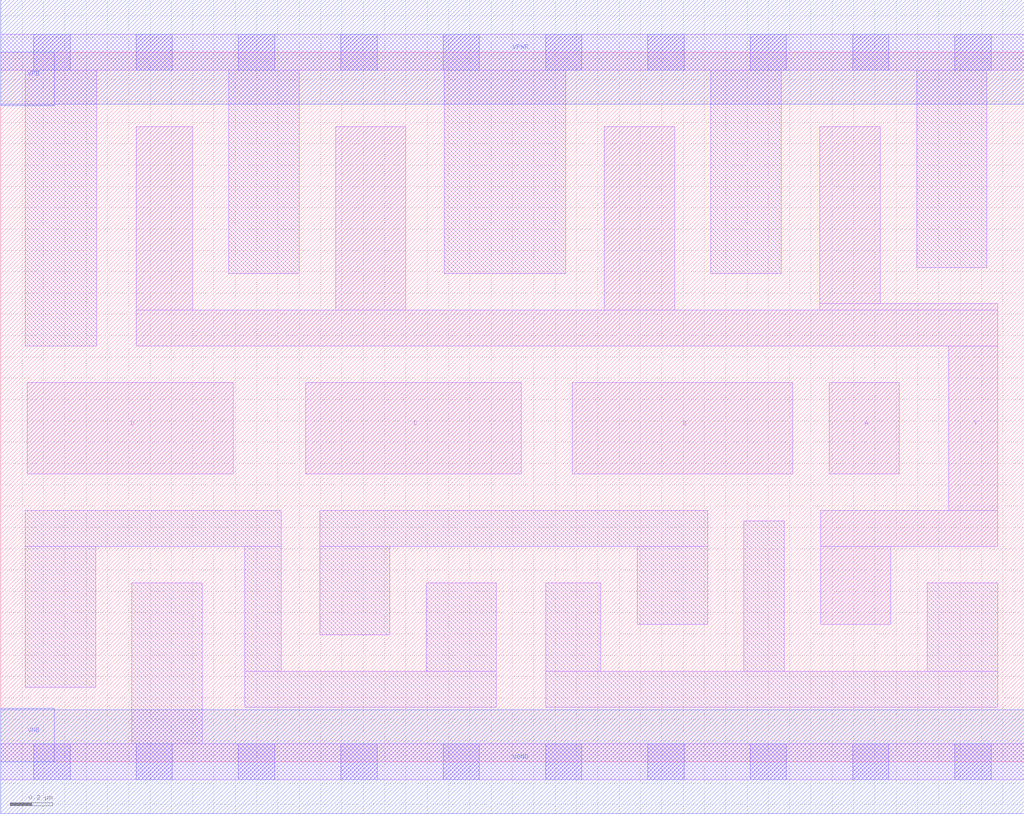
<source format=lef>
# Copyright 2020 The SkyWater PDK Authors
#
# Licensed under the Apache License, Version 2.0 (the "License");
# you may not use this file except in compliance with the License.
# You may obtain a copy of the License at
#
#     https://www.apache.org/licenses/LICENSE-2.0
#
# Unless required by applicable law or agreed to in writing, software
# distributed under the License is distributed on an "AS IS" BASIS,
# WITHOUT WARRANTIES OR CONDITIONS OF ANY KIND, either express or implied.
# See the License for the specific language governing permissions and
# limitations under the License.
#
# SPDX-License-Identifier: Apache-2.0

VERSION 5.5 ;
NAMESCASESENSITIVE ON ;
BUSBITCHARS "[]" ;
DIVIDERCHAR "/" ;
MACRO sky130_fd_sc_ms__nand4_2
  CLASS CORE ;
  SOURCE USER ;
  ORIGIN  0.000000  0.000000 ;
  SIZE  4.800000 BY  3.330000 ;
  SYMMETRY X Y ;
  SITE unit ;
  PIN A
    ANTENNAGATEAREA  0.558000 ;
    DIRECTION INPUT ;
    USE SIGNAL ;
    PORT
      LAYER li1 ;
        RECT 3.885000 1.350000 4.215000 1.780000 ;
    END
  END A
  PIN B
    ANTENNAGATEAREA  0.558000 ;
    DIRECTION INPUT ;
    USE SIGNAL ;
    PORT
      LAYER li1 ;
        RECT 2.680000 1.350000 3.715000 1.780000 ;
    END
  END B
  PIN C
    ANTENNAGATEAREA  0.558000 ;
    DIRECTION INPUT ;
    USE SIGNAL ;
    PORT
      LAYER li1 ;
        RECT 1.430000 1.350000 2.440000 1.780000 ;
    END
  END C
  PIN D
    ANTENNAGATEAREA  0.558000 ;
    DIRECTION INPUT ;
    USE SIGNAL ;
    PORT
      LAYER li1 ;
        RECT 0.125000 1.350000 1.090000 1.780000 ;
    END
  END D
  PIN Y
    ANTENNADIFFAREA  1.633200 ;
    DIRECTION OUTPUT ;
    USE SIGNAL ;
    PORT
      LAYER li1 ;
        RECT 0.635000 1.950000 4.675000 2.120000 ;
        RECT 0.635000 2.120000 0.900000 2.980000 ;
        RECT 1.570000 2.120000 1.900000 2.980000 ;
        RECT 2.830000 2.120000 3.160000 2.980000 ;
        RECT 3.840000 2.120000 4.675000 2.150000 ;
        RECT 3.840000 2.150000 4.125000 2.980000 ;
        RECT 3.845000 0.645000 4.175000 1.010000 ;
        RECT 3.845000 1.010000 4.675000 1.180000 ;
        RECT 4.445000 1.180000 4.675000 1.950000 ;
    END
  END Y
  PIN VGND
    DIRECTION INOUT ;
    USE GROUND ;
    PORT
      LAYER met1 ;
        RECT 0.000000 -0.245000 4.800000 0.245000 ;
    END
  END VGND
  PIN VNB
    DIRECTION INOUT ;
    USE GROUND ;
    PORT
      LAYER met1 ;
        RECT 0.000000 0.000000 0.250000 0.250000 ;
    END
  END VNB
  PIN VPB
    DIRECTION INOUT ;
    USE POWER ;
    PORT
      LAYER met1 ;
        RECT 0.000000 3.080000 0.250000 3.330000 ;
    END
  END VPB
  PIN VPWR
    DIRECTION INOUT ;
    USE POWER ;
    PORT
      LAYER met1 ;
        RECT 0.000000 3.085000 4.800000 3.575000 ;
    END
  END VPWR
  OBS
    LAYER li1 ;
      RECT 0.000000 -0.085000 4.800000 0.085000 ;
      RECT 0.000000  3.245000 4.800000 3.415000 ;
      RECT 0.115000  0.350000 0.445000 1.010000 ;
      RECT 0.115000  1.010000 1.315000 1.180000 ;
      RECT 0.115000  1.950000 0.450000 3.245000 ;
      RECT 0.615000  0.085000 0.945000 0.840000 ;
      RECT 1.070000  2.290000 1.400000 3.245000 ;
      RECT 1.145000  0.255000 2.325000 0.425000 ;
      RECT 1.145000  0.425000 1.315000 1.010000 ;
      RECT 1.495000  0.595000 1.825000 1.010000 ;
      RECT 1.495000  1.010000 3.315000 1.180000 ;
      RECT 1.995000  0.425000 2.325000 0.840000 ;
      RECT 2.080000  2.290000 2.650000 3.245000 ;
      RECT 2.555000  0.255000 4.675000 0.425000 ;
      RECT 2.555000  0.425000 2.815000 0.840000 ;
      RECT 2.985000  0.645000 3.315000 1.010000 ;
      RECT 3.330000  2.290000 3.660000 3.245000 ;
      RECT 3.485000  0.425000 3.675000 1.130000 ;
      RECT 4.295000  2.320000 4.625000 3.245000 ;
      RECT 4.345000  0.425000 4.675000 0.840000 ;
    LAYER mcon ;
      RECT 0.155000 -0.085000 0.325000 0.085000 ;
      RECT 0.155000  3.245000 0.325000 3.415000 ;
      RECT 0.635000 -0.085000 0.805000 0.085000 ;
      RECT 0.635000  3.245000 0.805000 3.415000 ;
      RECT 1.115000 -0.085000 1.285000 0.085000 ;
      RECT 1.115000  3.245000 1.285000 3.415000 ;
      RECT 1.595000 -0.085000 1.765000 0.085000 ;
      RECT 1.595000  3.245000 1.765000 3.415000 ;
      RECT 2.075000 -0.085000 2.245000 0.085000 ;
      RECT 2.075000  3.245000 2.245000 3.415000 ;
      RECT 2.555000 -0.085000 2.725000 0.085000 ;
      RECT 2.555000  3.245000 2.725000 3.415000 ;
      RECT 3.035000 -0.085000 3.205000 0.085000 ;
      RECT 3.035000  3.245000 3.205000 3.415000 ;
      RECT 3.515000 -0.085000 3.685000 0.085000 ;
      RECT 3.515000  3.245000 3.685000 3.415000 ;
      RECT 3.995000 -0.085000 4.165000 0.085000 ;
      RECT 3.995000  3.245000 4.165000 3.415000 ;
      RECT 4.475000 -0.085000 4.645000 0.085000 ;
      RECT 4.475000  3.245000 4.645000 3.415000 ;
  END
END sky130_fd_sc_ms__nand4_2

</source>
